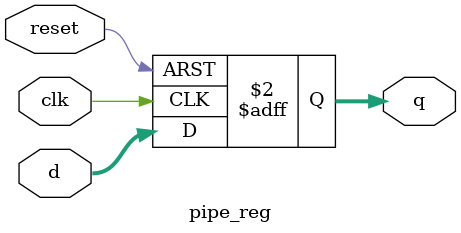
<source format=v>
`timescale 1ns / 1ps


module pipe_reg #(parameter WIDTH = 8)(
    input clk, reset,
    input [WIDTH-1:0] d,
    output reg [WIDTH-1:0] q
    );
    
    always @(posedge clk or posedge reset)  
    begin   
        if(reset)   
            q <= 0;  
        else
            q <= d;  
    end  
endmodule





</source>
